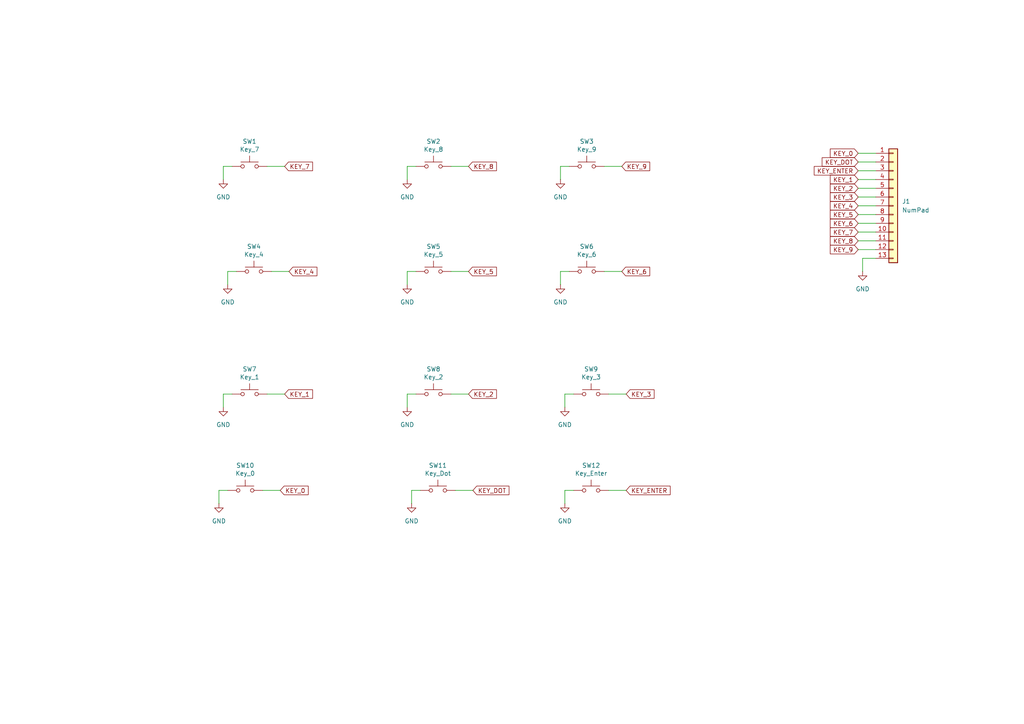
<source format=kicad_sch>
(kicad_sch
	(version 20250114)
	(generator "eeschema")
	(generator_version "9.0")
	(uuid "56f3195b-8a4c-424a-ba3a-7685c78e18ab")
	(paper "A4")
	(title_block
		(title "MiniTRS - NumPad")
		(date "2025-06-15")
		(rev "v1.0")
	)
	(lib_symbols
		(symbol "Connector_Generic:Conn_01x13"
			(pin_names
				(offset 1.016)
				(hide yes)
			)
			(exclude_from_sim no)
			(in_bom yes)
			(on_board yes)
			(property "Reference" "J"
				(at 0 17.78 0)
				(effects
					(font
						(size 1.27 1.27)
					)
				)
			)
			(property "Value" "Conn_01x13"
				(at 0 -17.78 0)
				(effects
					(font
						(size 1.27 1.27)
					)
				)
			)
			(property "Footprint" ""
				(at 0 0 0)
				(effects
					(font
						(size 1.27 1.27)
					)
					(hide yes)
				)
			)
			(property "Datasheet" "~"
				(at 0 0 0)
				(effects
					(font
						(size 1.27 1.27)
					)
					(hide yes)
				)
			)
			(property "Description" "Generic connector, single row, 01x13, script generated (kicad-library-utils/schlib/autogen/connector/)"
				(at 0 0 0)
				(effects
					(font
						(size 1.27 1.27)
					)
					(hide yes)
				)
			)
			(property "ki_keywords" "connector"
				(at 0 0 0)
				(effects
					(font
						(size 1.27 1.27)
					)
					(hide yes)
				)
			)
			(property "ki_fp_filters" "Connector*:*_1x??_*"
				(at 0 0 0)
				(effects
					(font
						(size 1.27 1.27)
					)
					(hide yes)
				)
			)
			(symbol "Conn_01x13_1_1"
				(rectangle
					(start -1.27 16.51)
					(end 1.27 -16.51)
					(stroke
						(width 0.254)
						(type default)
					)
					(fill
						(type background)
					)
				)
				(rectangle
					(start -1.27 15.367)
					(end 0 15.113)
					(stroke
						(width 0.1524)
						(type default)
					)
					(fill
						(type none)
					)
				)
				(rectangle
					(start -1.27 12.827)
					(end 0 12.573)
					(stroke
						(width 0.1524)
						(type default)
					)
					(fill
						(type none)
					)
				)
				(rectangle
					(start -1.27 10.287)
					(end 0 10.033)
					(stroke
						(width 0.1524)
						(type default)
					)
					(fill
						(type none)
					)
				)
				(rectangle
					(start -1.27 7.747)
					(end 0 7.493)
					(stroke
						(width 0.1524)
						(type default)
					)
					(fill
						(type none)
					)
				)
				(rectangle
					(start -1.27 5.207)
					(end 0 4.953)
					(stroke
						(width 0.1524)
						(type default)
					)
					(fill
						(type none)
					)
				)
				(rectangle
					(start -1.27 2.667)
					(end 0 2.413)
					(stroke
						(width 0.1524)
						(type default)
					)
					(fill
						(type none)
					)
				)
				(rectangle
					(start -1.27 0.127)
					(end 0 -0.127)
					(stroke
						(width 0.1524)
						(type default)
					)
					(fill
						(type none)
					)
				)
				(rectangle
					(start -1.27 -2.413)
					(end 0 -2.667)
					(stroke
						(width 0.1524)
						(type default)
					)
					(fill
						(type none)
					)
				)
				(rectangle
					(start -1.27 -4.953)
					(end 0 -5.207)
					(stroke
						(width 0.1524)
						(type default)
					)
					(fill
						(type none)
					)
				)
				(rectangle
					(start -1.27 -7.493)
					(end 0 -7.747)
					(stroke
						(width 0.1524)
						(type default)
					)
					(fill
						(type none)
					)
				)
				(rectangle
					(start -1.27 -10.033)
					(end 0 -10.287)
					(stroke
						(width 0.1524)
						(type default)
					)
					(fill
						(type none)
					)
				)
				(rectangle
					(start -1.27 -12.573)
					(end 0 -12.827)
					(stroke
						(width 0.1524)
						(type default)
					)
					(fill
						(type none)
					)
				)
				(rectangle
					(start -1.27 -15.113)
					(end 0 -15.367)
					(stroke
						(width 0.1524)
						(type default)
					)
					(fill
						(type none)
					)
				)
				(pin passive line
					(at -5.08 15.24 0)
					(length 3.81)
					(name "Pin_1"
						(effects
							(font
								(size 1.27 1.27)
							)
						)
					)
					(number "1"
						(effects
							(font
								(size 1.27 1.27)
							)
						)
					)
				)
				(pin passive line
					(at -5.08 12.7 0)
					(length 3.81)
					(name "Pin_2"
						(effects
							(font
								(size 1.27 1.27)
							)
						)
					)
					(number "2"
						(effects
							(font
								(size 1.27 1.27)
							)
						)
					)
				)
				(pin passive line
					(at -5.08 10.16 0)
					(length 3.81)
					(name "Pin_3"
						(effects
							(font
								(size 1.27 1.27)
							)
						)
					)
					(number "3"
						(effects
							(font
								(size 1.27 1.27)
							)
						)
					)
				)
				(pin passive line
					(at -5.08 7.62 0)
					(length 3.81)
					(name "Pin_4"
						(effects
							(font
								(size 1.27 1.27)
							)
						)
					)
					(number "4"
						(effects
							(font
								(size 1.27 1.27)
							)
						)
					)
				)
				(pin passive line
					(at -5.08 5.08 0)
					(length 3.81)
					(name "Pin_5"
						(effects
							(font
								(size 1.27 1.27)
							)
						)
					)
					(number "5"
						(effects
							(font
								(size 1.27 1.27)
							)
						)
					)
				)
				(pin passive line
					(at -5.08 2.54 0)
					(length 3.81)
					(name "Pin_6"
						(effects
							(font
								(size 1.27 1.27)
							)
						)
					)
					(number "6"
						(effects
							(font
								(size 1.27 1.27)
							)
						)
					)
				)
				(pin passive line
					(at -5.08 0 0)
					(length 3.81)
					(name "Pin_7"
						(effects
							(font
								(size 1.27 1.27)
							)
						)
					)
					(number "7"
						(effects
							(font
								(size 1.27 1.27)
							)
						)
					)
				)
				(pin passive line
					(at -5.08 -2.54 0)
					(length 3.81)
					(name "Pin_8"
						(effects
							(font
								(size 1.27 1.27)
							)
						)
					)
					(number "8"
						(effects
							(font
								(size 1.27 1.27)
							)
						)
					)
				)
				(pin passive line
					(at -5.08 -5.08 0)
					(length 3.81)
					(name "Pin_9"
						(effects
							(font
								(size 1.27 1.27)
							)
						)
					)
					(number "9"
						(effects
							(font
								(size 1.27 1.27)
							)
						)
					)
				)
				(pin passive line
					(at -5.08 -7.62 0)
					(length 3.81)
					(name "Pin_10"
						(effects
							(font
								(size 1.27 1.27)
							)
						)
					)
					(number "10"
						(effects
							(font
								(size 1.27 1.27)
							)
						)
					)
				)
				(pin passive line
					(at -5.08 -10.16 0)
					(length 3.81)
					(name "Pin_11"
						(effects
							(font
								(size 1.27 1.27)
							)
						)
					)
					(number "11"
						(effects
							(font
								(size 1.27 1.27)
							)
						)
					)
				)
				(pin passive line
					(at -5.08 -12.7 0)
					(length 3.81)
					(name "Pin_12"
						(effects
							(font
								(size 1.27 1.27)
							)
						)
					)
					(number "12"
						(effects
							(font
								(size 1.27 1.27)
							)
						)
					)
				)
				(pin passive line
					(at -5.08 -15.24 0)
					(length 3.81)
					(name "Pin_13"
						(effects
							(font
								(size 1.27 1.27)
							)
						)
					)
					(number "13"
						(effects
							(font
								(size 1.27 1.27)
							)
						)
					)
				)
			)
			(embedded_fonts no)
		)
		(symbol "Switch:SW_Push"
			(pin_numbers
				(hide yes)
			)
			(pin_names
				(offset 1.016)
				(hide yes)
			)
			(exclude_from_sim no)
			(in_bom yes)
			(on_board yes)
			(property "Reference" "SW"
				(at 1.27 2.54 0)
				(effects
					(font
						(size 1.27 1.27)
					)
					(justify left)
				)
			)
			(property "Value" "SW_Push"
				(at 0 -1.524 0)
				(effects
					(font
						(size 1.27 1.27)
					)
				)
			)
			(property "Footprint" ""
				(at 0 5.08 0)
				(effects
					(font
						(size 1.27 1.27)
					)
					(hide yes)
				)
			)
			(property "Datasheet" "~"
				(at 0 5.08 0)
				(effects
					(font
						(size 1.27 1.27)
					)
					(hide yes)
				)
			)
			(property "Description" "Push button switch, generic, two pins"
				(at 0 0 0)
				(effects
					(font
						(size 1.27 1.27)
					)
					(hide yes)
				)
			)
			(property "ki_keywords" "switch normally-open pushbutton push-button"
				(at 0 0 0)
				(effects
					(font
						(size 1.27 1.27)
					)
					(hide yes)
				)
			)
			(symbol "SW_Push_0_1"
				(circle
					(center -2.032 0)
					(radius 0.508)
					(stroke
						(width 0)
						(type default)
					)
					(fill
						(type none)
					)
				)
				(polyline
					(pts
						(xy 0 1.27) (xy 0 3.048)
					)
					(stroke
						(width 0)
						(type default)
					)
					(fill
						(type none)
					)
				)
				(circle
					(center 2.032 0)
					(radius 0.508)
					(stroke
						(width 0)
						(type default)
					)
					(fill
						(type none)
					)
				)
				(polyline
					(pts
						(xy 2.54 1.27) (xy -2.54 1.27)
					)
					(stroke
						(width 0)
						(type default)
					)
					(fill
						(type none)
					)
				)
				(pin passive line
					(at -5.08 0 0)
					(length 2.54)
					(name "1"
						(effects
							(font
								(size 1.27 1.27)
							)
						)
					)
					(number "1"
						(effects
							(font
								(size 1.27 1.27)
							)
						)
					)
				)
				(pin passive line
					(at 5.08 0 180)
					(length 2.54)
					(name "2"
						(effects
							(font
								(size 1.27 1.27)
							)
						)
					)
					(number "2"
						(effects
							(font
								(size 1.27 1.27)
							)
						)
					)
				)
			)
			(embedded_fonts no)
		)
		(symbol "power:GND"
			(power)
			(pin_numbers
				(hide yes)
			)
			(pin_names
				(offset 0)
				(hide yes)
			)
			(exclude_from_sim no)
			(in_bom yes)
			(on_board yes)
			(property "Reference" "#PWR"
				(at 0 -6.35 0)
				(effects
					(font
						(size 1.27 1.27)
					)
					(hide yes)
				)
			)
			(property "Value" "GND"
				(at 0 -3.81 0)
				(effects
					(font
						(size 1.27 1.27)
					)
				)
			)
			(property "Footprint" ""
				(at 0 0 0)
				(effects
					(font
						(size 1.27 1.27)
					)
					(hide yes)
				)
			)
			(property "Datasheet" ""
				(at 0 0 0)
				(effects
					(font
						(size 1.27 1.27)
					)
					(hide yes)
				)
			)
			(property "Description" "Power symbol creates a global label with name \"GND\" , ground"
				(at 0 0 0)
				(effects
					(font
						(size 1.27 1.27)
					)
					(hide yes)
				)
			)
			(property "ki_keywords" "global power"
				(at 0 0 0)
				(effects
					(font
						(size 1.27 1.27)
					)
					(hide yes)
				)
			)
			(symbol "GND_0_1"
				(polyline
					(pts
						(xy 0 0) (xy 0 -1.27) (xy 1.27 -1.27) (xy 0 -2.54) (xy -1.27 -1.27) (xy 0 -1.27)
					)
					(stroke
						(width 0)
						(type default)
					)
					(fill
						(type none)
					)
				)
			)
			(symbol "GND_1_1"
				(pin power_in line
					(at 0 0 270)
					(length 0)
					(name "~"
						(effects
							(font
								(size 1.27 1.27)
							)
						)
					)
					(number "1"
						(effects
							(font
								(size 1.27 1.27)
							)
						)
					)
				)
			)
			(embedded_fonts no)
		)
	)
	(wire
		(pts
			(xy 68.58 78.74) (xy 66.04 78.74)
		)
		(stroke
			(width 0)
			(type default)
		)
		(uuid "0e507cdb-53e7-40a1-89cd-57084ebf23fe")
	)
	(wire
		(pts
			(xy 165.1 78.74) (xy 162.56 78.74)
		)
		(stroke
			(width 0)
			(type default)
		)
		(uuid "17d06c9a-606e-40c9-9f1a-4172d36e6a3f")
	)
	(wire
		(pts
			(xy 248.92 46.99) (xy 254 46.99)
		)
		(stroke
			(width 0)
			(type default)
		)
		(uuid "1a44cdac-e678-4b59-9f9a-b1060532ddbc")
	)
	(wire
		(pts
			(xy 120.65 114.3) (xy 118.11 114.3)
		)
		(stroke
			(width 0)
			(type default)
		)
		(uuid "1fdc15a8-11c0-41db-b28d-3366da14fad8")
	)
	(wire
		(pts
			(xy 64.77 114.3) (xy 64.77 118.11)
		)
		(stroke
			(width 0)
			(type default)
		)
		(uuid "2cc7cdb7-b6a7-4a09-98c3-6452efd8b42d")
	)
	(wire
		(pts
			(xy 120.65 48.26) (xy 118.11 48.26)
		)
		(stroke
			(width 0)
			(type default)
		)
		(uuid "2d4e4aaf-2fa3-4801-add7-9fa3990b80c6")
	)
	(wire
		(pts
			(xy 163.83 114.3) (xy 163.83 118.11)
		)
		(stroke
			(width 0)
			(type default)
		)
		(uuid "3099336c-cd94-48f0-8e05-a0c080b860c2")
	)
	(wire
		(pts
			(xy 130.81 78.74) (xy 135.89 78.74)
		)
		(stroke
			(width 0)
			(type default)
		)
		(uuid "3e96f7e1-9139-4700-871b-0ad2066275a6")
	)
	(wire
		(pts
			(xy 118.11 114.3) (xy 118.11 118.11)
		)
		(stroke
			(width 0)
			(type default)
		)
		(uuid "454b530a-8e00-46e8-9779-61dc36dda9e5")
	)
	(wire
		(pts
			(xy 248.92 52.07) (xy 254 52.07)
		)
		(stroke
			(width 0)
			(type default)
		)
		(uuid "454e428c-be20-4002-a7a8-9a56b7aa763e")
	)
	(wire
		(pts
			(xy 118.11 78.74) (xy 118.11 82.55)
		)
		(stroke
			(width 0)
			(type default)
		)
		(uuid "484ba5bd-7f6f-47a1-817c-3c4f6dd78e21")
	)
	(wire
		(pts
			(xy 248.92 62.23) (xy 254 62.23)
		)
		(stroke
			(width 0)
			(type default)
		)
		(uuid "4fdb91a6-7fb0-45e3-b5fe-96f525fcbe3b")
	)
	(wire
		(pts
			(xy 248.92 57.15) (xy 254 57.15)
		)
		(stroke
			(width 0)
			(type default)
		)
		(uuid "5665c61b-ec93-4e1d-9357-8969af666dff")
	)
	(wire
		(pts
			(xy 120.65 78.74) (xy 118.11 78.74)
		)
		(stroke
			(width 0)
			(type default)
		)
		(uuid "5dfa8379-5be7-404d-812c-6968341e1f1d")
	)
	(wire
		(pts
			(xy 175.26 48.26) (xy 180.34 48.26)
		)
		(stroke
			(width 0)
			(type default)
		)
		(uuid "5f5e056c-db10-4930-94b0-1d068a59ec1c")
	)
	(wire
		(pts
			(xy 175.26 78.74) (xy 180.34 78.74)
		)
		(stroke
			(width 0)
			(type default)
		)
		(uuid "6694db6e-b0bb-4123-ae3d-5dcb5743977a")
	)
	(wire
		(pts
			(xy 162.56 48.26) (xy 162.56 52.07)
		)
		(stroke
			(width 0)
			(type default)
		)
		(uuid "69ef52ba-c008-4677-abbb-edf4b644f8d6")
	)
	(wire
		(pts
			(xy 78.74 78.74) (xy 83.82 78.74)
		)
		(stroke
			(width 0)
			(type default)
		)
		(uuid "778cc244-7dbd-447d-b57c-8b1e808a2c1b")
	)
	(wire
		(pts
			(xy 121.92 142.24) (xy 119.38 142.24)
		)
		(stroke
			(width 0)
			(type default)
		)
		(uuid "7900a7f7-e1b8-4d76-8d0d-123b88bc7aeb")
	)
	(wire
		(pts
			(xy 130.81 114.3) (xy 135.89 114.3)
		)
		(stroke
			(width 0)
			(type default)
		)
		(uuid "7c265b45-ff6c-41b6-8606-3a3747f88776")
	)
	(wire
		(pts
			(xy 248.92 67.31) (xy 254 67.31)
		)
		(stroke
			(width 0)
			(type default)
		)
		(uuid "7c64fd71-c3e6-4fbb-afb7-d63e486786de")
	)
	(wire
		(pts
			(xy 66.04 142.24) (xy 63.5 142.24)
		)
		(stroke
			(width 0)
			(type default)
		)
		(uuid "8cb4202d-b29f-4ff9-81e5-5d28d8502049")
	)
	(wire
		(pts
			(xy 248.92 64.77) (xy 254 64.77)
		)
		(stroke
			(width 0)
			(type default)
		)
		(uuid "8f0bf393-16be-4c40-a7cf-4cd55bc2c966")
	)
	(wire
		(pts
			(xy 248.92 69.85) (xy 254 69.85)
		)
		(stroke
			(width 0)
			(type default)
		)
		(uuid "8faf5663-d0fe-4b7e-a5a1-7dcbe0724079")
	)
	(wire
		(pts
			(xy 64.77 48.26) (xy 64.77 52.07)
		)
		(stroke
			(width 0)
			(type default)
		)
		(uuid "90cb230a-ed2b-40b5-a48e-1b5e03e1db6c")
	)
	(wire
		(pts
			(xy 63.5 142.24) (xy 63.5 146.05)
		)
		(stroke
			(width 0)
			(type default)
		)
		(uuid "936a34eb-c452-43f5-b3ea-3c2d441000a0")
	)
	(wire
		(pts
			(xy 176.53 142.24) (xy 181.61 142.24)
		)
		(stroke
			(width 0)
			(type default)
		)
		(uuid "9dd14560-b123-4d2e-924f-145e42d52e3b")
	)
	(wire
		(pts
			(xy 248.92 54.61) (xy 254 54.61)
		)
		(stroke
			(width 0)
			(type default)
		)
		(uuid "9f906e54-a7af-4429-95ae-d3828148c28e")
	)
	(wire
		(pts
			(xy 66.04 78.74) (xy 66.04 82.55)
		)
		(stroke
			(width 0)
			(type default)
		)
		(uuid "a414a780-6150-4362-b060-92dc19d16387")
	)
	(wire
		(pts
			(xy 176.53 114.3) (xy 181.61 114.3)
		)
		(stroke
			(width 0)
			(type default)
		)
		(uuid "ad40aa6e-aeae-49ab-85cd-151cd90eae47")
	)
	(wire
		(pts
			(xy 67.31 114.3) (xy 64.77 114.3)
		)
		(stroke
			(width 0)
			(type default)
		)
		(uuid "b0a50eee-6bda-4f3d-9045-bbd2c5678c3e")
	)
	(wire
		(pts
			(xy 77.47 48.26) (xy 82.55 48.26)
		)
		(stroke
			(width 0)
			(type default)
		)
		(uuid "b75c5177-d7f8-4b63-bdb8-8076ee4c9579")
	)
	(wire
		(pts
			(xy 248.92 59.69) (xy 254 59.69)
		)
		(stroke
			(width 0)
			(type default)
		)
		(uuid "bf3b6237-0fd0-4c57-b5d4-46219620d4b6")
	)
	(wire
		(pts
			(xy 132.08 142.24) (xy 137.16 142.24)
		)
		(stroke
			(width 0)
			(type default)
		)
		(uuid "c34e49bd-8839-49cc-98ce-29c16e7c28cd")
	)
	(wire
		(pts
			(xy 163.83 142.24) (xy 163.83 146.05)
		)
		(stroke
			(width 0)
			(type default)
		)
		(uuid "c3a87d4c-6bee-42f2-904c-7cf824a940a2")
	)
	(wire
		(pts
			(xy 166.37 114.3) (xy 163.83 114.3)
		)
		(stroke
			(width 0)
			(type default)
		)
		(uuid "ca6cfa9a-1f9a-4da0-a279-a458bf3e7a1b")
	)
	(wire
		(pts
			(xy 162.56 78.74) (xy 162.56 82.55)
		)
		(stroke
			(width 0)
			(type default)
		)
		(uuid "d0a70fe0-6e9a-4e77-a86d-bdc0192d7d4b")
	)
	(wire
		(pts
			(xy 254 74.93) (xy 250.19 74.93)
		)
		(stroke
			(width 0)
			(type default)
		)
		(uuid "d7b9a086-4dd8-4439-9073-823126be7903")
	)
	(wire
		(pts
			(xy 119.38 142.24) (xy 119.38 146.05)
		)
		(stroke
			(width 0)
			(type default)
		)
		(uuid "d8fd8f5a-f8cc-48a7-aae2-726ffc62c001")
	)
	(wire
		(pts
			(xy 77.47 114.3) (xy 82.55 114.3)
		)
		(stroke
			(width 0)
			(type default)
		)
		(uuid "da82c773-0a94-4add-9628-57f52c0740b0")
	)
	(wire
		(pts
			(xy 118.11 48.26) (xy 118.11 52.07)
		)
		(stroke
			(width 0)
			(type default)
		)
		(uuid "dc2094d8-9133-4c85-a5ac-6493773e3589")
	)
	(wire
		(pts
			(xy 248.92 44.45) (xy 254 44.45)
		)
		(stroke
			(width 0)
			(type default)
		)
		(uuid "e15329f0-5528-42b9-bae4-fc74e269ac12")
	)
	(wire
		(pts
			(xy 76.2 142.24) (xy 81.28 142.24)
		)
		(stroke
			(width 0)
			(type default)
		)
		(uuid "e4244862-e5e9-4ad2-b246-24da0ba50d73")
	)
	(wire
		(pts
			(xy 165.1 48.26) (xy 162.56 48.26)
		)
		(stroke
			(width 0)
			(type default)
		)
		(uuid "e9db1d4a-46b9-4b00-bf4b-64ba654f7092")
	)
	(wire
		(pts
			(xy 248.92 49.53) (xy 254 49.53)
		)
		(stroke
			(width 0)
			(type default)
		)
		(uuid "ea9442dc-ad95-4a3f-82bb-f378e72abe0b")
	)
	(wire
		(pts
			(xy 130.81 48.26) (xy 135.89 48.26)
		)
		(stroke
			(width 0)
			(type default)
		)
		(uuid "eb57538d-b60e-445b-b902-424b2e0e4ead")
	)
	(wire
		(pts
			(xy 250.19 74.93) (xy 250.19 78.74)
		)
		(stroke
			(width 0)
			(type default)
		)
		(uuid "eb7ff6b1-80e9-4153-93c1-7519c60c204a")
	)
	(wire
		(pts
			(xy 166.37 142.24) (xy 163.83 142.24)
		)
		(stroke
			(width 0)
			(type default)
		)
		(uuid "f04c56e8-5d82-46e8-ab98-43f1a9243a50")
	)
	(wire
		(pts
			(xy 67.31 48.26) (xy 64.77 48.26)
		)
		(stroke
			(width 0)
			(type default)
		)
		(uuid "f4939084-6dd7-485f-9c16-2815372a92e8")
	)
	(wire
		(pts
			(xy 248.92 72.39) (xy 254 72.39)
		)
		(stroke
			(width 0)
			(type default)
		)
		(uuid "fb9cf796-c6ac-4051-b2a3-0e156d4be992")
	)
	(global_label "KEY_3"
		(shape input)
		(at 181.61 114.3 0)
		(fields_autoplaced yes)
		(effects
			(font
				(size 1.27 1.27)
			)
			(justify left)
		)
		(uuid "150e9493-d940-41c8-9cce-e8315f2d7f79")
		(property "Intersheetrefs" "${INTERSHEET_REFS}"
			(at 190.2799 114.3 0)
			(effects
				(font
					(size 1.27 1.27)
				)
				(justify left)
				(hide yes)
			)
		)
	)
	(global_label "KEY_3"
		(shape input)
		(at 248.92 57.15 180)
		(fields_autoplaced yes)
		(effects
			(font
				(size 1.27 1.27)
			)
			(justify right)
		)
		(uuid "20cb39e9-5215-42ad-a09f-ef39d22d24f7")
		(property "Intersheetrefs" "${INTERSHEET_REFS}"
			(at 240.2501 57.15 0)
			(effects
				(font
					(size 1.27 1.27)
				)
				(justify right)
				(hide yes)
			)
		)
	)
	(global_label "KEY_2"
		(shape input)
		(at 135.89 114.3 0)
		(fields_autoplaced yes)
		(effects
			(font
				(size 1.27 1.27)
			)
			(justify left)
		)
		(uuid "21791ca6-be5a-4d99-b25c-2e6d33ca166f")
		(property "Intersheetrefs" "${INTERSHEET_REFS}"
			(at 144.5599 114.3 0)
			(effects
				(font
					(size 1.27 1.27)
				)
				(justify left)
				(hide yes)
			)
		)
	)
	(global_label "KEY_5"
		(shape input)
		(at 135.89 78.74 0)
		(fields_autoplaced yes)
		(effects
			(font
				(size 1.27 1.27)
			)
			(justify left)
		)
		(uuid "21af6ba3-d25e-4044-bd55-f17095a0f0e2")
		(property "Intersheetrefs" "${INTERSHEET_REFS}"
			(at 144.5599 78.74 0)
			(effects
				(font
					(size 1.27 1.27)
				)
				(justify left)
				(hide yes)
			)
		)
	)
	(global_label "KEY_6"
		(shape input)
		(at 180.34 78.74 0)
		(fields_autoplaced yes)
		(effects
			(font
				(size 1.27 1.27)
			)
			(justify left)
		)
		(uuid "23fcec29-87da-4667-9e71-2184f9779cb2")
		(property "Intersheetrefs" "${INTERSHEET_REFS}"
			(at 189.0099 78.74 0)
			(effects
				(font
					(size 1.27 1.27)
				)
				(justify left)
				(hide yes)
			)
		)
	)
	(global_label "KEY_6"
		(shape input)
		(at 248.92 64.77 180)
		(fields_autoplaced yes)
		(effects
			(font
				(size 1.27 1.27)
			)
			(justify right)
		)
		(uuid "25f8b8e6-b4a4-4505-95c8-b983e76ec27b")
		(property "Intersheetrefs" "${INTERSHEET_REFS}"
			(at 240.2501 64.77 0)
			(effects
				(font
					(size 1.27 1.27)
				)
				(justify right)
				(hide yes)
			)
		)
	)
	(global_label "KEY_7"
		(shape input)
		(at 82.55 48.26 0)
		(fields_autoplaced yes)
		(effects
			(font
				(size 1.27 1.27)
			)
			(justify left)
		)
		(uuid "3c79ff5d-764d-4c97-a0bc-d24a01a2d101")
		(property "Intersheetrefs" "${INTERSHEET_REFS}"
			(at 91.2199 48.26 0)
			(effects
				(font
					(size 1.27 1.27)
				)
				(justify left)
				(hide yes)
			)
		)
	)
	(global_label "KEY_0"
		(shape input)
		(at 248.92 44.45 180)
		(fields_autoplaced yes)
		(effects
			(font
				(size 1.27 1.27)
			)
			(justify right)
		)
		(uuid "41b07832-a3b4-47bc-846b-b3ba0d50cbc5")
		(property "Intersheetrefs" "${INTERSHEET_REFS}"
			(at 240.2501 44.45 0)
			(effects
				(font
					(size 1.27 1.27)
				)
				(justify right)
				(hide yes)
			)
		)
	)
	(global_label "KEY_8"
		(shape input)
		(at 248.92 69.85 180)
		(fields_autoplaced yes)
		(effects
			(font
				(size 1.27 1.27)
			)
			(justify right)
		)
		(uuid "4760cf03-02e2-4cf0-8163-7d23079247b0")
		(property "Intersheetrefs" "${INTERSHEET_REFS}"
			(at 240.2501 69.85 0)
			(effects
				(font
					(size 1.27 1.27)
				)
				(justify right)
				(hide yes)
			)
		)
	)
	(global_label "KEY_DOT"
		(shape input)
		(at 248.92 46.99 180)
		(fields_autoplaced yes)
		(effects
			(font
				(size 1.27 1.27)
			)
			(justify right)
		)
		(uuid "4831dfa0-830d-4434-a95b-cbea3f7b3c9f")
		(property "Intersheetrefs" "${INTERSHEET_REFS}"
			(at 237.8915 46.99 0)
			(effects
				(font
					(size 1.27 1.27)
				)
				(justify right)
				(hide yes)
			)
		)
	)
	(global_label "KEY_9"
		(shape input)
		(at 248.92 72.39 180)
		(fields_autoplaced yes)
		(effects
			(font
				(size 1.27 1.27)
			)
			(justify right)
		)
		(uuid "79fb9abb-b6c2-418a-a424-01ae96f6a6ca")
		(property "Intersheetrefs" "${INTERSHEET_REFS}"
			(at 240.2501 72.39 0)
			(effects
				(font
					(size 1.27 1.27)
				)
				(justify right)
				(hide yes)
			)
		)
	)
	(global_label "KEY_2"
		(shape input)
		(at 248.92 54.61 180)
		(fields_autoplaced yes)
		(effects
			(font
				(size 1.27 1.27)
			)
			(justify right)
		)
		(uuid "7e3dd36c-7f14-410f-a3eb-f7aa2826d624")
		(property "Intersheetrefs" "${INTERSHEET_REFS}"
			(at 240.2501 54.61 0)
			(effects
				(font
					(size 1.27 1.27)
				)
				(justify right)
				(hide yes)
			)
		)
	)
	(global_label "KEY_4"
		(shape input)
		(at 248.92 59.69 180)
		(fields_autoplaced yes)
		(effects
			(font
				(size 1.27 1.27)
			)
			(justify right)
		)
		(uuid "841d229c-d7c3-44bb-87ab-d07b15e425b4")
		(property "Intersheetrefs" "${INTERSHEET_REFS}"
			(at 240.2501 59.69 0)
			(effects
				(font
					(size 1.27 1.27)
				)
				(justify right)
				(hide yes)
			)
		)
	)
	(global_label "KEY_1"
		(shape input)
		(at 82.55 114.3 0)
		(fields_autoplaced yes)
		(effects
			(font
				(size 1.27 1.27)
			)
			(justify left)
		)
		(uuid "87f1f882-c405-4426-b072-21074d578753")
		(property "Intersheetrefs" "${INTERSHEET_REFS}"
			(at 91.2199 114.3 0)
			(effects
				(font
					(size 1.27 1.27)
				)
				(justify left)
				(hide yes)
			)
		)
	)
	(global_label "KEY_8"
		(shape input)
		(at 135.89 48.26 0)
		(fields_autoplaced yes)
		(effects
			(font
				(size 1.27 1.27)
			)
			(justify left)
		)
		(uuid "8c6d3629-a072-4a8a-b4cc-7028e0043c80")
		(property "Intersheetrefs" "${INTERSHEET_REFS}"
			(at 144.5599 48.26 0)
			(effects
				(font
					(size 1.27 1.27)
				)
				(justify left)
				(hide yes)
			)
		)
	)
	(global_label "KEY_ENTER"
		(shape input)
		(at 248.92 49.53 180)
		(fields_autoplaced yes)
		(effects
			(font
				(size 1.27 1.27)
			)
			(justify right)
		)
		(uuid "929add8e-3936-4827-87bb-3abb1af806f9")
		(property "Intersheetrefs" "${INTERSHEET_REFS}"
			(at 235.5935 49.53 0)
			(effects
				(font
					(size 1.27 1.27)
				)
				(justify right)
				(hide yes)
			)
		)
	)
	(global_label "KEY_DOT"
		(shape input)
		(at 137.16 142.24 0)
		(fields_autoplaced yes)
		(effects
			(font
				(size 1.27 1.27)
			)
			(justify left)
		)
		(uuid "a1e474f0-992f-418a-81a0-ea925e48041a")
		(property "Intersheetrefs" "${INTERSHEET_REFS}"
			(at 148.1885 142.24 0)
			(effects
				(font
					(size 1.27 1.27)
				)
				(justify left)
				(hide yes)
			)
		)
	)
	(global_label "KEY_7"
		(shape input)
		(at 248.92 67.31 180)
		(fields_autoplaced yes)
		(effects
			(font
				(size 1.27 1.27)
			)
			(justify right)
		)
		(uuid "aeceb90f-26b7-4434-b040-d4cc4b6bbfe8")
		(property "Intersheetrefs" "${INTERSHEET_REFS}"
			(at 240.2501 67.31 0)
			(effects
				(font
					(size 1.27 1.27)
				)
				(justify right)
				(hide yes)
			)
		)
	)
	(global_label "KEY_9"
		(shape input)
		(at 180.34 48.26 0)
		(fields_autoplaced yes)
		(effects
			(font
				(size 1.27 1.27)
			)
			(justify left)
		)
		(uuid "af81517f-0ea2-4cb4-af19-b8d9fe4069f6")
		(property "Intersheetrefs" "${INTERSHEET_REFS}"
			(at 189.0099 48.26 0)
			(effects
				(font
					(size 1.27 1.27)
				)
				(justify left)
				(hide yes)
			)
		)
	)
	(global_label "KEY_0"
		(shape input)
		(at 81.28 142.24 0)
		(fields_autoplaced yes)
		(effects
			(font
				(size 1.27 1.27)
			)
			(justify left)
		)
		(uuid "b64e7d88-51b9-48b2-9fb2-53837fc01961")
		(property "Intersheetrefs" "${INTERSHEET_REFS}"
			(at 89.9499 142.24 0)
			(effects
				(font
					(size 1.27 1.27)
				)
				(justify left)
				(hide yes)
			)
		)
	)
	(global_label "KEY_5"
		(shape input)
		(at 248.92 62.23 180)
		(fields_autoplaced yes)
		(effects
			(font
				(size 1.27 1.27)
			)
			(justify right)
		)
		(uuid "beb2ca99-2040-4c5a-a24f-ca91033b5fdc")
		(property "Intersheetrefs" "${INTERSHEET_REFS}"
			(at 240.2501 62.23 0)
			(effects
				(font
					(size 1.27 1.27)
				)
				(justify right)
				(hide yes)
			)
		)
	)
	(global_label "KEY_4"
		(shape input)
		(at 83.82 78.74 0)
		(fields_autoplaced yes)
		(effects
			(font
				(size 1.27 1.27)
			)
			(justify left)
		)
		(uuid "e25f1a51-1ec3-40c3-88f9-1ae4389d87a5")
		(property "Intersheetrefs" "${INTERSHEET_REFS}"
			(at 92.4899 78.74 0)
			(effects
				(font
					(size 1.27 1.27)
				)
				(justify left)
				(hide yes)
			)
		)
	)
	(global_label "KEY_1"
		(shape input)
		(at 248.92 52.07 180)
		(fields_autoplaced yes)
		(effects
			(font
				(size 1.27 1.27)
			)
			(justify right)
		)
		(uuid "eaa2f4cb-697d-4ca3-9726-313f4ec76e8a")
		(property "Intersheetrefs" "${INTERSHEET_REFS}"
			(at 240.2501 52.07 0)
			(effects
				(font
					(size 1.27 1.27)
				)
				(justify right)
				(hide yes)
			)
		)
	)
	(global_label "KEY_ENTER"
		(shape input)
		(at 181.61 142.24 0)
		(fields_autoplaced yes)
		(effects
			(font
				(size 1.27 1.27)
			)
			(justify left)
		)
		(uuid "f9c6d40c-5b1d-44e7-9396-35ca1316e206")
		(property "Intersheetrefs" "${INTERSHEET_REFS}"
			(at 194.9365 142.24 0)
			(effects
				(font
					(size 1.27 1.27)
				)
				(justify left)
				(hide yes)
			)
		)
	)
	(symbol
		(lib_id "power:GND")
		(at 118.11 118.11 0)
		(unit 1)
		(exclude_from_sim no)
		(in_bom yes)
		(on_board yes)
		(dnp no)
		(fields_autoplaced yes)
		(uuid "1c305963-2c45-4451-b3fa-82d544f2da4d")
		(property "Reference" "#PWR08"
			(at 118.11 124.46 0)
			(effects
				(font
					(size 1.27 1.27)
				)
				(hide yes)
			)
		)
		(property "Value" "GND"
			(at 118.11 123.19 0)
			(effects
				(font
					(size 1.27 1.27)
				)
			)
		)
		(property "Footprint" ""
			(at 118.11 118.11 0)
			(effects
				(font
					(size 1.27 1.27)
				)
				(hide yes)
			)
		)
		(property "Datasheet" ""
			(at 118.11 118.11 0)
			(effects
				(font
					(size 1.27 1.27)
				)
				(hide yes)
			)
		)
		(property "Description" "Power symbol creates a global label with name \"GND\" , ground"
			(at 118.11 118.11 0)
			(effects
				(font
					(size 1.27 1.27)
				)
				(hide yes)
			)
		)
		(pin "1"
			(uuid "211ce22e-6be2-4690-94b5-be99504dbf7f")
		)
		(instances
			(project "numpad"
				(path "/56f3195b-8a4c-424a-ba3a-7685c78e18ab"
					(reference "#PWR08")
					(unit 1)
				)
			)
		)
	)
	(symbol
		(lib_id "power:GND")
		(at 64.77 118.11 0)
		(unit 1)
		(exclude_from_sim no)
		(in_bom yes)
		(on_board yes)
		(dnp no)
		(fields_autoplaced yes)
		(uuid "33dc79f6-dd37-424a-a58d-11cec7d56005")
		(property "Reference" "#PWR07"
			(at 64.77 124.46 0)
			(effects
				(font
					(size 1.27 1.27)
				)
				(hide yes)
			)
		)
		(property "Value" "GND"
			(at 64.77 123.19 0)
			(effects
				(font
					(size 1.27 1.27)
				)
			)
		)
		(property "Footprint" ""
			(at 64.77 118.11 0)
			(effects
				(font
					(size 1.27 1.27)
				)
				(hide yes)
			)
		)
		(property "Datasheet" ""
			(at 64.77 118.11 0)
			(effects
				(font
					(size 1.27 1.27)
				)
				(hide yes)
			)
		)
		(property "Description" "Power symbol creates a global label with name \"GND\" , ground"
			(at 64.77 118.11 0)
			(effects
				(font
					(size 1.27 1.27)
				)
				(hide yes)
			)
		)
		(pin "1"
			(uuid "073f5055-f933-4db5-9e70-65a5f6239639")
		)
		(instances
			(project "numpad"
				(path "/56f3195b-8a4c-424a-ba3a-7685c78e18ab"
					(reference "#PWR07")
					(unit 1)
				)
			)
		)
	)
	(symbol
		(lib_id "Switch:SW_Push")
		(at 127 142.24 0)
		(unit 1)
		(exclude_from_sim no)
		(in_bom yes)
		(on_board yes)
		(dnp no)
		(uuid "41c6af4a-08e7-437c-969e-ecfa2ed21274")
		(property "Reference" "SW11"
			(at 127 135.001 0)
			(effects
				(font
					(size 1.27 1.27)
				)
			)
		)
		(property "Value" "Key_Dot"
			(at 127 137.3124 0)
			(effects
				(font
					(size 1.27 1.27)
				)
			)
		)
		(property "Footprint" "Button_Switch_THT:SW_PUSH_6mm"
			(at 127 137.16 0)
			(effects
				(font
					(size 1.27 1.27)
				)
				(hide yes)
			)
		)
		(property "Datasheet" "~"
			(at 127 137.16 0)
			(effects
				(font
					(size 1.27 1.27)
				)
				(hide yes)
			)
		)
		(property "Description" ""
			(at 127 142.24 0)
			(effects
				(font
					(size 1.27 1.27)
				)
				(hide yes)
			)
		)
		(property "LCSC" "C722960"
			(at 127 142.24 0)
			(effects
				(font
					(size 1.27 1.27)
				)
				(hide yes)
			)
		)
		(pin "1"
			(uuid "626d3171-b6f2-4861-ad4b-a0e8769ab153")
		)
		(pin "2"
			(uuid "40c58735-a1e9-4ebb-8d30-4e7a1c3df10b")
		)
		(instances
			(project "numpad"
				(path "/56f3195b-8a4c-424a-ba3a-7685c78e18ab"
					(reference "SW11")
					(unit 1)
				)
			)
		)
	)
	(symbol
		(lib_id "power:GND")
		(at 63.5 146.05 0)
		(unit 1)
		(exclude_from_sim no)
		(in_bom yes)
		(on_board yes)
		(dnp no)
		(fields_autoplaced yes)
		(uuid "4d3d8a40-69f1-4f21-a4a6-5e89bc0f8f00")
		(property "Reference" "#PWR010"
			(at 63.5 152.4 0)
			(effects
				(font
					(size 1.27 1.27)
				)
				(hide yes)
			)
		)
		(property "Value" "GND"
			(at 63.5 151.13 0)
			(effects
				(font
					(size 1.27 1.27)
				)
			)
		)
		(property "Footprint" ""
			(at 63.5 146.05 0)
			(effects
				(font
					(size 1.27 1.27)
				)
				(hide yes)
			)
		)
		(property "Datasheet" ""
			(at 63.5 146.05 0)
			(effects
				(font
					(size 1.27 1.27)
				)
				(hide yes)
			)
		)
		(property "Description" "Power symbol creates a global label with name \"GND\" , ground"
			(at 63.5 146.05 0)
			(effects
				(font
					(size 1.27 1.27)
				)
				(hide yes)
			)
		)
		(pin "1"
			(uuid "a5398893-7b8a-45dc-8c1d-03113e0d9b31")
		)
		(instances
			(project "numpad"
				(path "/56f3195b-8a4c-424a-ba3a-7685c78e18ab"
					(reference "#PWR010")
					(unit 1)
				)
			)
		)
	)
	(symbol
		(lib_id "Switch:SW_Push")
		(at 170.18 78.74 0)
		(unit 1)
		(exclude_from_sim no)
		(in_bom yes)
		(on_board yes)
		(dnp no)
		(uuid "5b9f751c-dff6-47b9-bf63-12f7c2703f3d")
		(property "Reference" "SW6"
			(at 170.18 71.501 0)
			(effects
				(font
					(size 1.27 1.27)
				)
			)
		)
		(property "Value" "Key_6"
			(at 170.18 73.8124 0)
			(effects
				(font
					(size 1.27 1.27)
				)
			)
		)
		(property "Footprint" "Button_Switch_THT:SW_PUSH_6mm"
			(at 170.18 73.66 0)
			(effects
				(font
					(size 1.27 1.27)
				)
				(hide yes)
			)
		)
		(property "Datasheet" "~"
			(at 170.18 73.66 0)
			(effects
				(font
					(size 1.27 1.27)
				)
				(hide yes)
			)
		)
		(property "Description" ""
			(at 170.18 78.74 0)
			(effects
				(font
					(size 1.27 1.27)
				)
				(hide yes)
			)
		)
		(property "LCSC" "C722960"
			(at 170.18 78.74 0)
			(effects
				(font
					(size 1.27 1.27)
				)
				(hide yes)
			)
		)
		(pin "1"
			(uuid "bbca1fba-ab32-415f-ba46-b20ca4832520")
		)
		(pin "2"
			(uuid "0be32db2-7dde-401c-acb1-eb406accce70")
		)
		(instances
			(project "numpad"
				(path "/56f3195b-8a4c-424a-ba3a-7685c78e18ab"
					(reference "SW6")
					(unit 1)
				)
			)
		)
	)
	(symbol
		(lib_id "power:GND")
		(at 66.04 82.55 0)
		(unit 1)
		(exclude_from_sim no)
		(in_bom yes)
		(on_board yes)
		(dnp no)
		(fields_autoplaced yes)
		(uuid "71f1d39c-d291-4e3c-bec6-73130335deba")
		(property "Reference" "#PWR04"
			(at 66.04 88.9 0)
			(effects
				(font
					(size 1.27 1.27)
				)
				(hide yes)
			)
		)
		(property "Value" "GND"
			(at 66.04 87.63 0)
			(effects
				(font
					(size 1.27 1.27)
				)
			)
		)
		(property "Footprint" ""
			(at 66.04 82.55 0)
			(effects
				(font
					(size 1.27 1.27)
				)
				(hide yes)
			)
		)
		(property "Datasheet" ""
			(at 66.04 82.55 0)
			(effects
				(font
					(size 1.27 1.27)
				)
				(hide yes)
			)
		)
		(property "Description" "Power symbol creates a global label with name \"GND\" , ground"
			(at 66.04 82.55 0)
			(effects
				(font
					(size 1.27 1.27)
				)
				(hide yes)
			)
		)
		(pin "1"
			(uuid "3606a414-f55a-4139-a51b-8c180739980e")
		)
		(instances
			(project "numpad"
				(path "/56f3195b-8a4c-424a-ba3a-7685c78e18ab"
					(reference "#PWR04")
					(unit 1)
				)
			)
		)
	)
	(symbol
		(lib_id "power:GND")
		(at 162.56 82.55 0)
		(unit 1)
		(exclude_from_sim no)
		(in_bom yes)
		(on_board yes)
		(dnp no)
		(fields_autoplaced yes)
		(uuid "71f75ca9-62c3-40ee-a05e-fb3e9aa71cca")
		(property "Reference" "#PWR06"
			(at 162.56 88.9 0)
			(effects
				(font
					(size 1.27 1.27)
				)
				(hide yes)
			)
		)
		(property "Value" "GND"
			(at 162.56 87.63 0)
			(effects
				(font
					(size 1.27 1.27)
				)
			)
		)
		(property "Footprint" ""
			(at 162.56 82.55 0)
			(effects
				(font
					(size 1.27 1.27)
				)
				(hide yes)
			)
		)
		(property "Datasheet" ""
			(at 162.56 82.55 0)
			(effects
				(font
					(size 1.27 1.27)
				)
				(hide yes)
			)
		)
		(property "Description" "Power symbol creates a global label with name \"GND\" , ground"
			(at 162.56 82.55 0)
			(effects
				(font
					(size 1.27 1.27)
				)
				(hide yes)
			)
		)
		(pin "1"
			(uuid "aaa003ac-dbab-4127-a61e-333f2dba1082")
		)
		(instances
			(project "numpad"
				(path "/56f3195b-8a4c-424a-ba3a-7685c78e18ab"
					(reference "#PWR06")
					(unit 1)
				)
			)
		)
	)
	(symbol
		(lib_id "power:GND")
		(at 163.83 118.11 0)
		(unit 1)
		(exclude_from_sim no)
		(in_bom yes)
		(on_board yes)
		(dnp no)
		(fields_autoplaced yes)
		(uuid "7dd4701c-5423-4fa2-abe4-a95df831d3ea")
		(property "Reference" "#PWR09"
			(at 163.83 124.46 0)
			(effects
				(font
					(size 1.27 1.27)
				)
				(hide yes)
			)
		)
		(property "Value" "GND"
			(at 163.83 123.19 0)
			(effects
				(font
					(size 1.27 1.27)
				)
			)
		)
		(property "Footprint" ""
			(at 163.83 118.11 0)
			(effects
				(font
					(size 1.27 1.27)
				)
				(hide yes)
			)
		)
		(property "Datasheet" ""
			(at 163.83 118.11 0)
			(effects
				(font
					(size 1.27 1.27)
				)
				(hide yes)
			)
		)
		(property "Description" "Power symbol creates a global label with name \"GND\" , ground"
			(at 163.83 118.11 0)
			(effects
				(font
					(size 1.27 1.27)
				)
				(hide yes)
			)
		)
		(pin "1"
			(uuid "c340f187-a5f2-4f63-9614-b2b7b4ef26ff")
		)
		(instances
			(project "numpad"
				(path "/56f3195b-8a4c-424a-ba3a-7685c78e18ab"
					(reference "#PWR09")
					(unit 1)
				)
			)
		)
	)
	(symbol
		(lib_id "Switch:SW_Push")
		(at 73.66 78.74 0)
		(unit 1)
		(exclude_from_sim no)
		(in_bom yes)
		(on_board yes)
		(dnp no)
		(uuid "8e5e87ef-2a15-4af1-8be9-27b63d2e0508")
		(property "Reference" "SW4"
			(at 73.66 71.501 0)
			(effects
				(font
					(size 1.27 1.27)
				)
			)
		)
		(property "Value" "Key_4"
			(at 73.66 73.8124 0)
			(effects
				(font
					(size 1.27 1.27)
				)
			)
		)
		(property "Footprint" "Button_Switch_THT:SW_PUSH_6mm"
			(at 73.66 73.66 0)
			(effects
				(font
					(size 1.27 1.27)
				)
				(hide yes)
			)
		)
		(property "Datasheet" "~"
			(at 73.66 73.66 0)
			(effects
				(font
					(size 1.27 1.27)
				)
				(hide yes)
			)
		)
		(property "Description" ""
			(at 73.66 78.74 0)
			(effects
				(font
					(size 1.27 1.27)
				)
				(hide yes)
			)
		)
		(property "LCSC" "C722960"
			(at 73.66 78.74 0)
			(effects
				(font
					(size 1.27 1.27)
				)
				(hide yes)
			)
		)
		(pin "1"
			(uuid "629c5a5b-22e9-454b-a3b0-9958f0d6fb6a")
		)
		(pin "2"
			(uuid "2bea9cc9-5471-4b27-b15f-5fce79f550a2")
		)
		(instances
			(project "numpad"
				(path "/56f3195b-8a4c-424a-ba3a-7685c78e18ab"
					(reference "SW4")
					(unit 1)
				)
			)
		)
	)
	(symbol
		(lib_id "Switch:SW_Push")
		(at 171.45 114.3 0)
		(unit 1)
		(exclude_from_sim no)
		(in_bom yes)
		(on_board yes)
		(dnp no)
		(uuid "8eeeaec9-3a31-4c3a-9d8c-d72767221deb")
		(property "Reference" "SW9"
			(at 171.45 107.061 0)
			(effects
				(font
					(size 1.27 1.27)
				)
			)
		)
		(property "Value" "Key_3"
			(at 171.45 109.3724 0)
			(effects
				(font
					(size 1.27 1.27)
				)
			)
		)
		(property "Footprint" "Button_Switch_THT:SW_PUSH_6mm"
			(at 171.45 109.22 0)
			(effects
				(font
					(size 1.27 1.27)
				)
				(hide yes)
			)
		)
		(property "Datasheet" "~"
			(at 171.45 109.22 0)
			(effects
				(font
					(size 1.27 1.27)
				)
				(hide yes)
			)
		)
		(property "Description" ""
			(at 171.45 114.3 0)
			(effects
				(font
					(size 1.27 1.27)
				)
				(hide yes)
			)
		)
		(property "LCSC" "C722960"
			(at 171.45 114.3 0)
			(effects
				(font
					(size 1.27 1.27)
				)
				(hide yes)
			)
		)
		(pin "1"
			(uuid "263bc3c7-7057-45d3-91c7-af3e667a4384")
		)
		(pin "2"
			(uuid "e29b62a6-aded-4b8b-b3db-1e060512a1d9")
		)
		(instances
			(project "numpad"
				(path "/56f3195b-8a4c-424a-ba3a-7685c78e18ab"
					(reference "SW9")
					(unit 1)
				)
			)
		)
	)
	(symbol
		(lib_id "power:GND")
		(at 162.56 52.07 0)
		(unit 1)
		(exclude_from_sim no)
		(in_bom yes)
		(on_board yes)
		(dnp no)
		(fields_autoplaced yes)
		(uuid "919b47ab-9279-4e99-8366-14d51e8409c5")
		(property "Reference" "#PWR03"
			(at 162.56 58.42 0)
			(effects
				(font
					(size 1.27 1.27)
				)
				(hide yes)
			)
		)
		(property "Value" "GND"
			(at 162.56 57.15 0)
			(effects
				(font
					(size 1.27 1.27)
				)
			)
		)
		(property "Footprint" ""
			(at 162.56 52.07 0)
			(effects
				(font
					(size 1.27 1.27)
				)
				(hide yes)
			)
		)
		(property "Datasheet" ""
			(at 162.56 52.07 0)
			(effects
				(font
					(size 1.27 1.27)
				)
				(hide yes)
			)
		)
		(property "Description" "Power symbol creates a global label with name \"GND\" , ground"
			(at 162.56 52.07 0)
			(effects
				(font
					(size 1.27 1.27)
				)
				(hide yes)
			)
		)
		(pin "1"
			(uuid "fc313a85-b548-4f9c-9a00-1fc48706f885")
		)
		(instances
			(project "numpad"
				(path "/56f3195b-8a4c-424a-ba3a-7685c78e18ab"
					(reference "#PWR03")
					(unit 1)
				)
			)
		)
	)
	(symbol
		(lib_id "power:GND")
		(at 163.83 146.05 0)
		(unit 1)
		(exclude_from_sim no)
		(in_bom yes)
		(on_board yes)
		(dnp no)
		(fields_autoplaced yes)
		(uuid "99854548-9ffb-4923-83af-3164f679e612")
		(property "Reference" "#PWR012"
			(at 163.83 152.4 0)
			(effects
				(font
					(size 1.27 1.27)
				)
				(hide yes)
			)
		)
		(property "Value" "GND"
			(at 163.83 151.13 0)
			(effects
				(font
					(size 1.27 1.27)
				)
			)
		)
		(property "Footprint" ""
			(at 163.83 146.05 0)
			(effects
				(font
					(size 1.27 1.27)
				)
				(hide yes)
			)
		)
		(property "Datasheet" ""
			(at 163.83 146.05 0)
			(effects
				(font
					(size 1.27 1.27)
				)
				(hide yes)
			)
		)
		(property "Description" "Power symbol creates a global label with name \"GND\" , ground"
			(at 163.83 146.05 0)
			(effects
				(font
					(size 1.27 1.27)
				)
				(hide yes)
			)
		)
		(pin "1"
			(uuid "6d8e7921-dd89-49af-bca9-efa0734eb357")
		)
		(instances
			(project "numpad"
				(path "/56f3195b-8a4c-424a-ba3a-7685c78e18ab"
					(reference "#PWR012")
					(unit 1)
				)
			)
		)
	)
	(symbol
		(lib_id "power:GND")
		(at 64.77 52.07 0)
		(unit 1)
		(exclude_from_sim no)
		(in_bom yes)
		(on_board yes)
		(dnp no)
		(fields_autoplaced yes)
		(uuid "99a71927-4348-4dbc-b59b-181fb130e5ba")
		(property "Reference" "#PWR01"
			(at 64.77 58.42 0)
			(effects
				(font
					(size 1.27 1.27)
				)
				(hide yes)
			)
		)
		(property "Value" "GND"
			(at 64.77 57.15 0)
			(effects
				(font
					(size 1.27 1.27)
				)
			)
		)
		(property "Footprint" ""
			(at 64.77 52.07 0)
			(effects
				(font
					(size 1.27 1.27)
				)
				(hide yes)
			)
		)
		(property "Datasheet" ""
			(at 64.77 52.07 0)
			(effects
				(font
					(size 1.27 1.27)
				)
				(hide yes)
			)
		)
		(property "Description" "Power symbol creates a global label with name \"GND\" , ground"
			(at 64.77 52.07 0)
			(effects
				(font
					(size 1.27 1.27)
				)
				(hide yes)
			)
		)
		(pin "1"
			(uuid "85a3c3f9-7696-4778-9cb0-c0f0616d1c50")
		)
		(instances
			(project ""
				(path "/56f3195b-8a4c-424a-ba3a-7685c78e18ab"
					(reference "#PWR01")
					(unit 1)
				)
			)
		)
	)
	(symbol
		(lib_id "Switch:SW_Push")
		(at 125.73 114.3 0)
		(unit 1)
		(exclude_from_sim no)
		(in_bom yes)
		(on_board yes)
		(dnp no)
		(uuid "9a2c73f4-4337-4635-a97c-4308ae2858fa")
		(property "Reference" "SW8"
			(at 125.73 107.061 0)
			(effects
				(font
					(size 1.27 1.27)
				)
			)
		)
		(property "Value" "Key_2"
			(at 125.73 109.3724 0)
			(effects
				(font
					(size 1.27 1.27)
				)
			)
		)
		(property "Footprint" "Button_Switch_THT:SW_PUSH_6mm"
			(at 125.73 109.22 0)
			(effects
				(font
					(size 1.27 1.27)
				)
				(hide yes)
			)
		)
		(property "Datasheet" "~"
			(at 125.73 109.22 0)
			(effects
				(font
					(size 1.27 1.27)
				)
				(hide yes)
			)
		)
		(property "Description" ""
			(at 125.73 114.3 0)
			(effects
				(font
					(size 1.27 1.27)
				)
				(hide yes)
			)
		)
		(property "LCSC" "C722960"
			(at 125.73 114.3 0)
			(effects
				(font
					(size 1.27 1.27)
				)
				(hide yes)
			)
		)
		(pin "1"
			(uuid "f5331bda-79c5-4658-94a0-13202a420eb8")
		)
		(pin "2"
			(uuid "208b0f97-cf8a-41af-a7c9-44283a60c4fe")
		)
		(instances
			(project "numpad"
				(path "/56f3195b-8a4c-424a-ba3a-7685c78e18ab"
					(reference "SW8")
					(unit 1)
				)
			)
		)
	)
	(symbol
		(lib_id "power:GND")
		(at 250.19 78.74 0)
		(unit 1)
		(exclude_from_sim no)
		(in_bom yes)
		(on_board yes)
		(dnp no)
		(fields_autoplaced yes)
		(uuid "a0f86116-a424-47b3-a49c-cae3e3c081d5")
		(property "Reference" "#PWR0134"
			(at 250.19 85.09 0)
			(effects
				(font
					(size 1.27 1.27)
				)
				(hide yes)
			)
		)
		(property "Value" "GND"
			(at 250.19 83.82 0)
			(effects
				(font
					(size 1.27 1.27)
				)
			)
		)
		(property "Footprint" ""
			(at 250.19 78.74 0)
			(effects
				(font
					(size 1.27 1.27)
				)
				(hide yes)
			)
		)
		(property "Datasheet" ""
			(at 250.19 78.74 0)
			(effects
				(font
					(size 1.27 1.27)
				)
				(hide yes)
			)
		)
		(property "Description" "Power symbol creates a global label with name \"GND\" , ground"
			(at 250.19 78.74 0)
			(effects
				(font
					(size 1.27 1.27)
				)
				(hide yes)
			)
		)
		(pin "1"
			(uuid "a9f2731f-8d31-48f0-8139-db674aeaa134")
		)
		(instances
			(project "numpad"
				(path "/56f3195b-8a4c-424a-ba3a-7685c78e18ab"
					(reference "#PWR0134")
					(unit 1)
				)
			)
		)
	)
	(symbol
		(lib_id "Connector_Generic:Conn_01x13")
		(at 259.08 59.69 0)
		(unit 1)
		(exclude_from_sim no)
		(in_bom yes)
		(on_board yes)
		(dnp no)
		(fields_autoplaced yes)
		(uuid "a44c7d55-fcac-4e91-b00d-d109fa1e7fc6")
		(property "Reference" "J1"
			(at 261.62 58.4199 0)
			(effects
				(font
					(size 1.27 1.27)
				)
				(justify left)
			)
		)
		(property "Value" "NumPad"
			(at 261.62 60.9599 0)
			(effects
				(font
					(size 1.27 1.27)
				)
				(justify left)
			)
		)
		(property "Footprint" "Connector_PinHeader_2.54mm:PinHeader_1x13_P2.54mm_Vertical"
			(at 259.08 59.69 0)
			(effects
				(font
					(size 1.27 1.27)
				)
				(hide yes)
			)
		)
		(property "Datasheet" "~"
			(at 259.08 59.69 0)
			(effects
				(font
					(size 1.27 1.27)
				)
				(hide yes)
			)
		)
		(property "Description" "Generic connector, single row, 01x13, script generated (kicad-library-utils/schlib/autogen/connector/)"
			(at 259.08 59.69 0)
			(effects
				(font
					(size 1.27 1.27)
				)
				(hide yes)
			)
		)
		(pin "3"
			(uuid "5204e078-b9cc-4d37-bc3e-c2c9940e2f6d")
		)
		(pin "5"
			(uuid "1f03832a-9797-4f74-8043-e460aa744a3d")
		)
		(pin "6"
			(uuid "ef672cf5-e94f-40f5-8f24-3efae0c9b8b2")
		)
		(pin "4"
			(uuid "0d97d31a-ea26-4fe6-a6b1-bc412612faaf")
		)
		(pin "2"
			(uuid "8e073531-66a1-4cdd-8570-9e54719089e8")
		)
		(pin "9"
			(uuid "55887f38-bfd7-4c03-80e3-be46df646bfe")
		)
		(pin "1"
			(uuid "206c4fe8-c25f-4072-9c7a-25273d5ded6e")
		)
		(pin "7"
			(uuid "250c17f7-7c84-4c8a-a892-03ba2f191a31")
		)
		(pin "10"
			(uuid "2027ddd6-9333-423b-a0a9-166b8b4b03c2")
		)
		(pin "8"
			(uuid "ec256111-a518-4138-b9e2-1b8c0830d02d")
		)
		(pin "11"
			(uuid "3cdb4e37-d6a7-4a7b-a795-e99794442b96")
		)
		(pin "13"
			(uuid "fd66a1cc-6681-4a63-a7a8-1ed6950b170b")
		)
		(pin "12"
			(uuid "53fc0520-fc66-4af9-9740-23ec5fec2b2d")
		)
		(instances
			(project "numpad"
				(path "/56f3195b-8a4c-424a-ba3a-7685c78e18ab"
					(reference "J1")
					(unit 1)
				)
			)
		)
	)
	(symbol
		(lib_id "Switch:SW_Push")
		(at 171.45 142.24 0)
		(unit 1)
		(exclude_from_sim no)
		(in_bom yes)
		(on_board yes)
		(dnp no)
		(uuid "aa1628ce-e5a5-4422-a47c-910f4be07049")
		(property "Reference" "SW12"
			(at 171.45 135.001 0)
			(effects
				(font
					(size 1.27 1.27)
				)
			)
		)
		(property "Value" "Key_Enter"
			(at 171.45 137.3124 0)
			(effects
				(font
					(size 1.27 1.27)
				)
			)
		)
		(property "Footprint" "Button_Switch_THT:SW_PUSH_6mm"
			(at 171.45 137.16 0)
			(effects
				(font
					(size 1.27 1.27)
				)
				(hide yes)
			)
		)
		(property "Datasheet" "~"
			(at 171.45 137.16 0)
			(effects
				(font
					(size 1.27 1.27)
				)
				(hide yes)
			)
		)
		(property "Description" ""
			(at 171.45 142.24 0)
			(effects
				(font
					(size 1.27 1.27)
				)
				(hide yes)
			)
		)
		(property "LCSC" "C722960"
			(at 171.45 142.24 0)
			(effects
				(font
					(size 1.27 1.27)
				)
				(hide yes)
			)
		)
		(pin "1"
			(uuid "4a240b7e-d64a-4d60-b13a-dfb951d2e9c0")
		)
		(pin "2"
			(uuid "4a039de2-3c07-448c-ae70-1d9b0f6498b9")
		)
		(instances
			(project "numpad"
				(path "/56f3195b-8a4c-424a-ba3a-7685c78e18ab"
					(reference "SW12")
					(unit 1)
				)
			)
		)
	)
	(symbol
		(lib_id "Switch:SW_Push")
		(at 72.39 114.3 0)
		(unit 1)
		(exclude_from_sim no)
		(in_bom yes)
		(on_board yes)
		(dnp no)
		(uuid "b84f9eed-67af-4a80-a967-d490b4d380fa")
		(property "Reference" "SW7"
			(at 72.39 107.061 0)
			(effects
				(font
					(size 1.27 1.27)
				)
			)
		)
		(property "Value" "Key_1"
			(at 72.39 109.3724 0)
			(effects
				(font
					(size 1.27 1.27)
				)
			)
		)
		(property "Footprint" "Button_Switch_THT:SW_PUSH_6mm"
			(at 72.39 109.22 0)
			(effects
				(font
					(size 1.27 1.27)
				)
				(hide yes)
			)
		)
		(property "Datasheet" "~"
			(at 72.39 109.22 0)
			(effects
				(font
					(size 1.27 1.27)
				)
				(hide yes)
			)
		)
		(property "Description" ""
			(at 72.39 114.3 0)
			(effects
				(font
					(size 1.27 1.27)
				)
				(hide yes)
			)
		)
		(property "LCSC" "C722960"
			(at 72.39 114.3 0)
			(effects
				(font
					(size 1.27 1.27)
				)
				(hide yes)
			)
		)
		(pin "1"
			(uuid "77055bb8-c851-42cc-af00-ce6896a82f71")
		)
		(pin "2"
			(uuid "5a8a2080-a7b5-41a9-bb8d-1f91ab432b87")
		)
		(instances
			(project "numpad"
				(path "/56f3195b-8a4c-424a-ba3a-7685c78e18ab"
					(reference "SW7")
					(unit 1)
				)
			)
		)
	)
	(symbol
		(lib_id "power:GND")
		(at 118.11 52.07 0)
		(unit 1)
		(exclude_from_sim no)
		(in_bom yes)
		(on_board yes)
		(dnp no)
		(fields_autoplaced yes)
		(uuid "b885b23f-c216-4e96-898f-fcfebff55508")
		(property "Reference" "#PWR02"
			(at 118.11 58.42 0)
			(effects
				(font
					(size 1.27 1.27)
				)
				(hide yes)
			)
		)
		(property "Value" "GND"
			(at 118.11 57.15 0)
			(effects
				(font
					(size 1.27 1.27)
				)
			)
		)
		(property "Footprint" ""
			(at 118.11 52.07 0)
			(effects
				(font
					(size 1.27 1.27)
				)
				(hide yes)
			)
		)
		(property "Datasheet" ""
			(at 118.11 52.07 0)
			(effects
				(font
					(size 1.27 1.27)
				)
				(hide yes)
			)
		)
		(property "Description" "Power symbol creates a global label with name \"GND\" , ground"
			(at 118.11 52.07 0)
			(effects
				(font
					(size 1.27 1.27)
				)
				(hide yes)
			)
		)
		(pin "1"
			(uuid "1c874b32-6a6c-4d87-92e9-e25703b5c1f0")
		)
		(instances
			(project "numpad"
				(path "/56f3195b-8a4c-424a-ba3a-7685c78e18ab"
					(reference "#PWR02")
					(unit 1)
				)
			)
		)
	)
	(symbol
		(lib_id "Switch:SW_Push")
		(at 125.73 48.26 0)
		(unit 1)
		(exclude_from_sim no)
		(in_bom yes)
		(on_board yes)
		(dnp no)
		(uuid "b8b1d1b7-6bfd-4474-9ee3-92a4e1608f90")
		(property "Reference" "SW2"
			(at 125.73 41.021 0)
			(effects
				(font
					(size 1.27 1.27)
				)
			)
		)
		(property "Value" "Key_8"
			(at 125.73 43.3324 0)
			(effects
				(font
					(size 1.27 1.27)
				)
			)
		)
		(property "Footprint" "Button_Switch_THT:SW_PUSH_6mm"
			(at 125.73 43.18 0)
			(effects
				(font
					(size 1.27 1.27)
				)
				(hide yes)
			)
		)
		(property "Datasheet" "~"
			(at 125.73 43.18 0)
			(effects
				(font
					(size 1.27 1.27)
				)
				(hide yes)
			)
		)
		(property "Description" ""
			(at 125.73 48.26 0)
			(effects
				(font
					(size 1.27 1.27)
				)
				(hide yes)
			)
		)
		(property "LCSC" "C722960"
			(at 125.73 48.26 0)
			(effects
				(font
					(size 1.27 1.27)
				)
				(hide yes)
			)
		)
		(pin "1"
			(uuid "603b6445-7c63-4d35-8bd0-749f9ea121f6")
		)
		(pin "2"
			(uuid "4073d4f4-a49f-41de-aba7-f536476c246e")
		)
		(instances
			(project "numpad"
				(path "/56f3195b-8a4c-424a-ba3a-7685c78e18ab"
					(reference "SW2")
					(unit 1)
				)
			)
		)
	)
	(symbol
		(lib_id "Switch:SW_Push")
		(at 72.39 48.26 0)
		(unit 1)
		(exclude_from_sim no)
		(in_bom yes)
		(on_board yes)
		(dnp no)
		(uuid "c3a81df8-1e05-44a2-ab93-507e51e0004c")
		(property "Reference" "SW1"
			(at 72.39 41.021 0)
			(effects
				(font
					(size 1.27 1.27)
				)
			)
		)
		(property "Value" "Key_7"
			(at 72.39 43.3324 0)
			(effects
				(font
					(size 1.27 1.27)
				)
			)
		)
		(property "Footprint" "Button_Switch_THT:SW_PUSH_6mm"
			(at 72.39 43.18 0)
			(effects
				(font
					(size 1.27 1.27)
				)
				(hide yes)
			)
		)
		(property "Datasheet" "~"
			(at 72.39 43.18 0)
			(effects
				(font
					(size 1.27 1.27)
				)
				(hide yes)
			)
		)
		(property "Description" ""
			(at 72.39 48.26 0)
			(effects
				(font
					(size 1.27 1.27)
				)
				(hide yes)
			)
		)
		(property "LCSC" "C722960"
			(at 72.39 48.26 0)
			(effects
				(font
					(size 1.27 1.27)
				)
				(hide yes)
			)
		)
		(pin "1"
			(uuid "3837cf63-474c-4b78-a907-8de029e1c591")
		)
		(pin "2"
			(uuid "466d8fdd-6cf6-4f83-a4ae-45dd6d1f1e9a")
		)
		(instances
			(project "numpad"
				(path "/56f3195b-8a4c-424a-ba3a-7685c78e18ab"
					(reference "SW1")
					(unit 1)
				)
			)
		)
	)
	(symbol
		(lib_id "power:GND")
		(at 118.11 82.55 0)
		(unit 1)
		(exclude_from_sim no)
		(in_bom yes)
		(on_board yes)
		(dnp no)
		(fields_autoplaced yes)
		(uuid "d430415c-0920-4481-ba1c-205e5be2ecb5")
		(property "Reference" "#PWR05"
			(at 118.11 88.9 0)
			(effects
				(font
					(size 1.27 1.27)
				)
				(hide yes)
			)
		)
		(property "Value" "GND"
			(at 118.11 87.63 0)
			(effects
				(font
					(size 1.27 1.27)
				)
			)
		)
		(property "Footprint" ""
			(at 118.11 82.55 0)
			(effects
				(font
					(size 1.27 1.27)
				)
				(hide yes)
			)
		)
		(property "Datasheet" ""
			(at 118.11 82.55 0)
			(effects
				(font
					(size 1.27 1.27)
				)
				(hide yes)
			)
		)
		(property "Description" "Power symbol creates a global label with name \"GND\" , ground"
			(at 118.11 82.55 0)
			(effects
				(font
					(size 1.27 1.27)
				)
				(hide yes)
			)
		)
		(pin "1"
			(uuid "832794a5-37a6-4d34-9459-a067920d2150")
		)
		(instances
			(project "numpad"
				(path "/56f3195b-8a4c-424a-ba3a-7685c78e18ab"
					(reference "#PWR05")
					(unit 1)
				)
			)
		)
	)
	(symbol
		(lib_id "Switch:SW_Push")
		(at 170.18 48.26 0)
		(unit 1)
		(exclude_from_sim no)
		(in_bom yes)
		(on_board yes)
		(dnp no)
		(uuid "e5638225-46bf-45f8-82c5-45fdf12c1b39")
		(property "Reference" "SW3"
			(at 170.18 41.021 0)
			(effects
				(font
					(size 1.27 1.27)
				)
			)
		)
		(property "Value" "Key_9"
			(at 170.18 43.3324 0)
			(effects
				(font
					(size 1.27 1.27)
				)
			)
		)
		(property "Footprint" "Button_Switch_THT:SW_PUSH_6mm"
			(at 170.18 43.18 0)
			(effects
				(font
					(size 1.27 1.27)
				)
				(hide yes)
			)
		)
		(property "Datasheet" "~"
			(at 170.18 43.18 0)
			(effects
				(font
					(size 1.27 1.27)
				)
				(hide yes)
			)
		)
		(property "Description" ""
			(at 170.18 48.26 0)
			(effects
				(font
					(size 1.27 1.27)
				)
				(hide yes)
			)
		)
		(property "LCSC" "C722960"
			(at 170.18 48.26 0)
			(effects
				(font
					(size 1.27 1.27)
				)
				(hide yes)
			)
		)
		(pin "1"
			(uuid "d7f1e06a-5e68-476f-8bcc-97eb3f000ea8")
		)
		(pin "2"
			(uuid "f096fb98-bbe5-46d2-8808-3aaf4b6c2ec1")
		)
		(instances
			(project "numpad"
				(path "/56f3195b-8a4c-424a-ba3a-7685c78e18ab"
					(reference "SW3")
					(unit 1)
				)
			)
		)
	)
	(symbol
		(lib_id "power:GND")
		(at 119.38 146.05 0)
		(unit 1)
		(exclude_from_sim no)
		(in_bom yes)
		(on_board yes)
		(dnp no)
		(fields_autoplaced yes)
		(uuid "f3526a6b-6c64-4af3-bd1b-c5223139a3a8")
		(property "Reference" "#PWR011"
			(at 119.38 152.4 0)
			(effects
				(font
					(size 1.27 1.27)
				)
				(hide yes)
			)
		)
		(property "Value" "GND"
			(at 119.38 151.13 0)
			(effects
				(font
					(size 1.27 1.27)
				)
			)
		)
		(property "Footprint" ""
			(at 119.38 146.05 0)
			(effects
				(font
					(size 1.27 1.27)
				)
				(hide yes)
			)
		)
		(property "Datasheet" ""
			(at 119.38 146.05 0)
			(effects
				(font
					(size 1.27 1.27)
				)
				(hide yes)
			)
		)
		(property "Description" "Power symbol creates a global label with name \"GND\" , ground"
			(at 119.38 146.05 0)
			(effects
				(font
					(size 1.27 1.27)
				)
				(hide yes)
			)
		)
		(pin "1"
			(uuid "a9fc7492-a46a-4875-8c93-438114e687da")
		)
		(instances
			(project "numpad"
				(path "/56f3195b-8a4c-424a-ba3a-7685c78e18ab"
					(reference "#PWR011")
					(unit 1)
				)
			)
		)
	)
	(symbol
		(lib_id "Switch:SW_Push")
		(at 71.12 142.24 0)
		(unit 1)
		(exclude_from_sim no)
		(in_bom yes)
		(on_board yes)
		(dnp no)
		(uuid "fc90a5d9-15d6-4997-9fd2-73af483afc99")
		(property "Reference" "SW10"
			(at 71.12 135.001 0)
			(effects
				(font
					(size 1.27 1.27)
				)
			)
		)
		(property "Value" "Key_0"
			(at 71.12 137.3124 0)
			(effects
				(font
					(size 1.27 1.27)
				)
			)
		)
		(property "Footprint" "Button_Switch_THT:SW_PUSH_6mm"
			(at 71.12 137.16 0)
			(effects
				(font
					(size 1.27 1.27)
				)
				(hide yes)
			)
		)
		(property "Datasheet" "~"
			(at 71.12 137.16 0)
			(effects
				(font
					(size 1.27 1.27)
				)
				(hide yes)
			)
		)
		(property "Description" ""
			(at 71.12 142.24 0)
			(effects
				(font
					(size 1.27 1.27)
				)
				(hide yes)
			)
		)
		(property "LCSC" "C722960"
			(at 71.12 142.24 0)
			(effects
				(font
					(size 1.27 1.27)
				)
				(hide yes)
			)
		)
		(pin "1"
			(uuid "913fba91-7f8b-41b7-b436-5e7af81e4762")
		)
		(pin "2"
			(uuid "b83d1fea-5f94-4e58-9789-74401d1facf6")
		)
		(instances
			(project "numpad"
				(path "/56f3195b-8a4c-424a-ba3a-7685c78e18ab"
					(reference "SW10")
					(unit 1)
				)
			)
		)
	)
	(symbol
		(lib_id "Switch:SW_Push")
		(at 125.73 78.74 0)
		(unit 1)
		(exclude_from_sim no)
		(in_bom yes)
		(on_board yes)
		(dnp no)
		(uuid "fcc62b0b-7e24-4df0-a309-b96c399c8a94")
		(property "Reference" "SW5"
			(at 125.73 71.501 0)
			(effects
				(font
					(size 1.27 1.27)
				)
			)
		)
		(property "Value" "Key_5"
			(at 125.73 73.8124 0)
			(effects
				(font
					(size 1.27 1.27)
				)
			)
		)
		(property "Footprint" "Button_Switch_THT:SW_PUSH_6mm"
			(at 125.73 73.66 0)
			(effects
				(font
					(size 1.27 1.27)
				)
				(hide yes)
			)
		)
		(property "Datasheet" "~"
			(at 125.73 73.66 0)
			(effects
				(font
					(size 1.27 1.27)
				)
				(hide yes)
			)
		)
		(property "Description" ""
			(at 125.73 78.74 0)
			(effects
				(font
					(size 1.27 1.27)
				)
				(hide yes)
			)
		)
		(property "LCSC" "C722960"
			(at 125.73 78.74 0)
			(effects
				(font
					(size 1.27 1.27)
				)
				(hide yes)
			)
		)
		(pin "1"
			(uuid "426d2877-6d37-4d07-a76e-49edcfc150d0")
		)
		(pin "2"
			(uuid "666eb7cc-4544-4ba0-8500-55676a87df4b")
		)
		(instances
			(project "numpad"
				(path "/56f3195b-8a4c-424a-ba3a-7685c78e18ab"
					(reference "SW5")
					(unit 1)
				)
			)
		)
	)
	(sheet_instances
		(path "/"
			(page "1")
		)
	)
	(embedded_fonts no)
)

</source>
